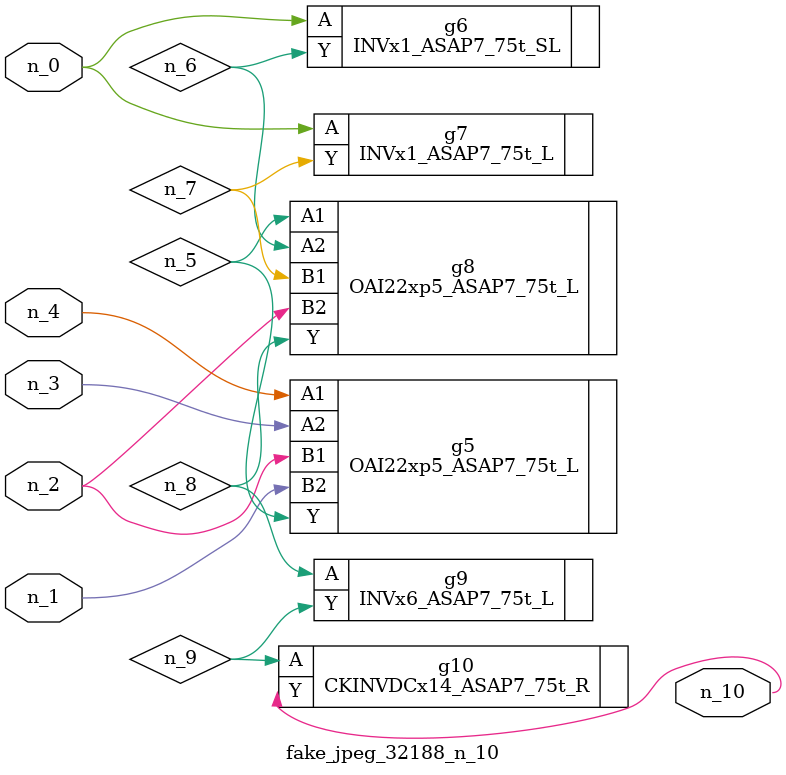
<source format=v>
module fake_jpeg_32188_n_10 (n_3, n_2, n_1, n_0, n_4, n_10);

input n_3;
input n_2;
input n_1;
input n_0;
input n_4;

output n_10;

wire n_8;
wire n_9;
wire n_6;
wire n_5;
wire n_7;

OAI22xp5_ASAP7_75t_L g5 ( 
.A1(n_4),
.A2(n_3),
.B1(n_2),
.B2(n_1),
.Y(n_5)
);

INVx1_ASAP7_75t_SL g6 ( 
.A(n_0),
.Y(n_6)
);

INVx1_ASAP7_75t_L g7 ( 
.A(n_0),
.Y(n_7)
);

OAI22xp5_ASAP7_75t_L g8 ( 
.A1(n_5),
.A2(n_6),
.B1(n_7),
.B2(n_2),
.Y(n_8)
);

INVx6_ASAP7_75t_L g9 ( 
.A(n_8),
.Y(n_9)
);

CKINVDCx14_ASAP7_75t_R g10 ( 
.A(n_9),
.Y(n_10)
);


endmodule
</source>
